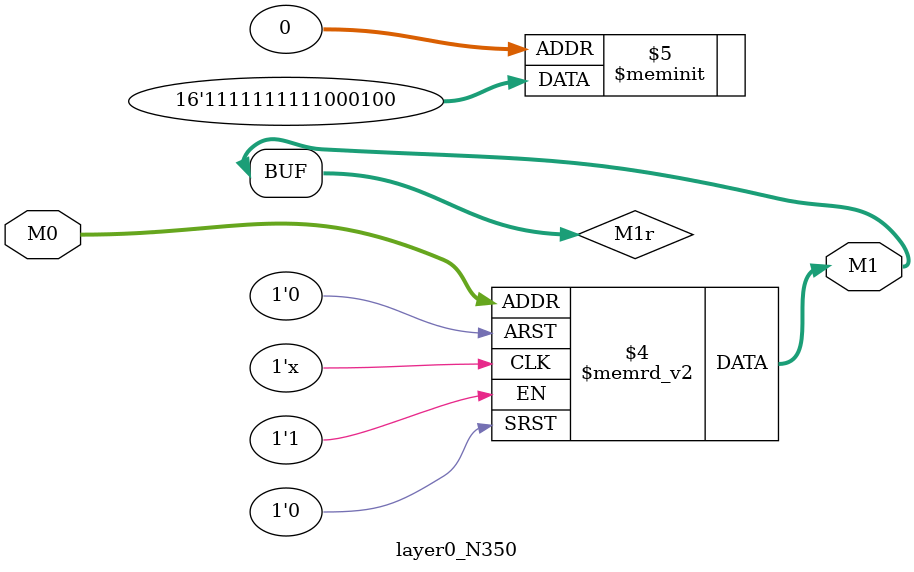
<source format=v>
module layer0_N350 ( input [2:0] M0, output [1:0] M1 );

	(*rom_style = "distributed" *) reg [1:0] M1r;
	assign M1 = M1r;
	always @ (M0) begin
		case (M0)
			3'b000: M1r = 2'b00;
			3'b100: M1r = 2'b11;
			3'b010: M1r = 2'b00;
			3'b110: M1r = 2'b11;
			3'b001: M1r = 2'b01;
			3'b101: M1r = 2'b11;
			3'b011: M1r = 2'b11;
			3'b111: M1r = 2'b11;

		endcase
	end
endmodule

</source>
